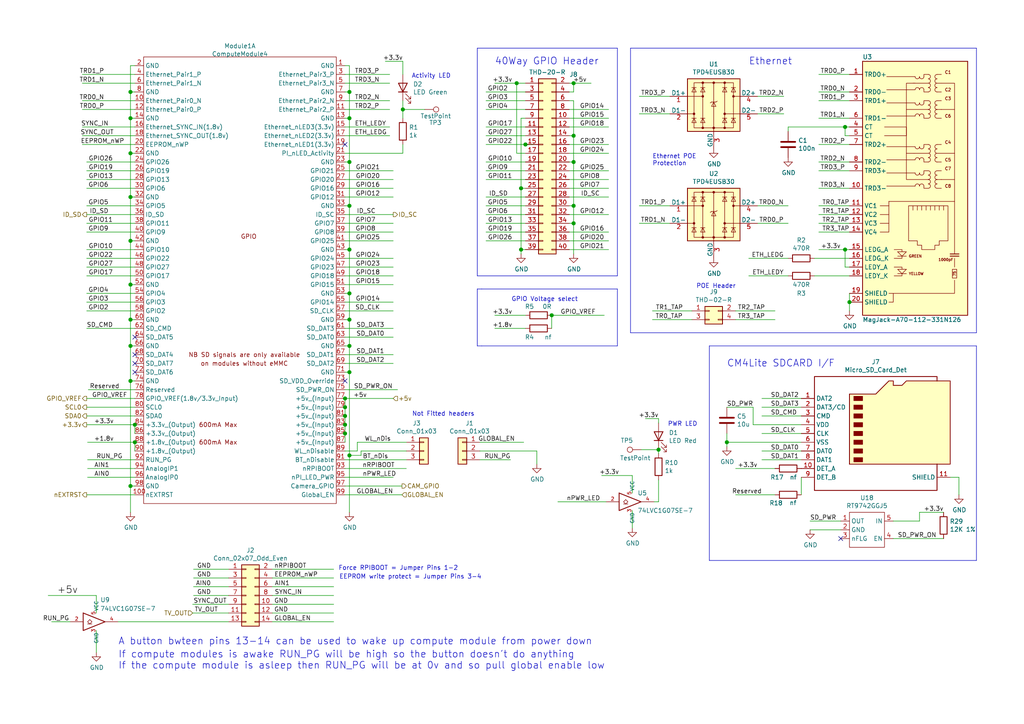
<source format=kicad_sch>
(kicad_sch (version 20250114) (generator "eeschema") (generator_version "9.0")
  (paper "A4")
  (title_block (title "Compute Module 4 IO USB3 Board - GPIO - Ethernet") (rev "1") (company "Copyright © 2020-2022 Raspberry Pi Ltd (formerly Raspberry Pi (Trading) Ltd.)") (comment 1 "www.raspberrypi.com"))
  (text "40Way GPIO Header" (at 143.51 19.05 0) (effects (font (size 2.007 2.007)) (justify left bottom)))
  (text "Activity LED" (at 119.38 22.86 0) (effects (font (size 1.27 1.27)) (justify left bottom)))
  (text "Ethernet POE\nProtection" (at 189.23 48.26 0) (effects (font (size 1.27 1.27)) (justify left bottom)))
  (text "GPIO Voltage select\n" (at 167.64 87.63 0) (effects (font (size 1.27 1.27)) (justify right bottom)))
  (text "EEPROM write protect = Jumper Pins 3-4\n\n" (at 139.7 170.18 0) (effects (font (size 1.27 1.27)) (justify right bottom)))
  (text "Not Fitted headers" (at 137.668 120.904 0) (effects (font (size 1.27 1.27)) (justify right bottom)))
  (text "POE Header" (at 201.93 83.82 0) (effects (font (size 1.27 1.27)) (justify left bottom)))
  (text "Force RPIBOOT = Jumper Pins 1-2 \n" (at 133.858 165.608 0) (effects (font (size 1.27 1.27)) (justify right bottom)))
  (text "PWR LED" (at 193.675 123.825 0) (effects (font (size 1.27 1.27)) (justify left bottom)))
  (text "A button bwteen pins 13-14 can be used to wake up compute module from power down\n\n" (at 34.29 190.5 0) (effects (font (size 2.007 2.007)) (justify left bottom)))
  (text "Ethernet" (at 217.17 19.05 0) (effects (font (size 2.0066 2.0066)) (justify left bottom)))
  (text "If compute modules is awake RUN_PG will be high so the button doesn't do anything\nIf the compute module is asleep then RUN_PG will be at 0v and so pull global enable low" (at 34.29 194.31 0) (effects (font (size 2.007 2.007)) (justify left bottom)))
  (text "CM4Lite SDCARD I/F" (at 210.82 106.68 0) (effects (font (size 2.007 2.007)) (justify left bottom)))
  (junction (at 101.346 34.29) (diameter 1.016))
  (junction (at 245.11 72.39) (diameter 1.016))
  (junction (at 101.346 26.67) (diameter 1.016))
  (junction (at 101.346 100.33) (diameter 1.016))
  (junction (at 37.846 110.49) (diameter 1.016))
  (junction (at 246.38 87.63) (diameter 1.016))
  (junction (at 37.846 44.45) (diameter 1.016))
  (junction (at 100.076 123.19) (diameter 1.016))
  (junction (at 152.4 41.91) (diameter 1.016))
  (junction (at 151.13 54.61) (diameter 1.016))
  (junction (at 166.37 39.37) (diameter 1.016))
  (junction (at 37.846 69.85) (diameter 1.016))
  (junction (at 100.076 120.65) (diameter 1.016))
  (junction (at 37.846 140.97) (diameter 1.016))
  (junction (at 166.37 59.69) (diameter 1.016))
  (junction (at 37.846 57.15) (diameter 1.016))
  (junction (at 101.346 59.69) (diameter 1.016))
  (junction (at 37.846 92.71) (diameter 1.016))
  (junction (at 100.076 115.57) (diameter 1.016))
  (junction (at 101.346 92.71) (diameter 1.016))
  (junction (at 166.37 64.77) (diameter 1.016))
  (junction (at 210.82 128.27) (diameter 1.016))
  (junction (at 166.37 24.13) (diameter 1.016))
  (junction (at 101.346 85.09) (diameter 1.016))
  (junction (at 166.37 46.99) (diameter 1.016))
  (junction (at 116.84 31.75) (diameter 1.016))
  (junction (at 37.846 82.55) (diameter 1.016))
  (junction (at 100.076 118.11) (diameter 1.016))
  (junction (at 191.008 130.429) (diameter 1.016))
  (junction (at 37.846 34.29) (diameter 1.016))
  (junction (at 39.116 123.19) (diameter 1.016))
  (junction (at 37.846 100.33) (diameter 1.016))
  (junction (at 160.02 91.44) (diameter 1.016))
  (junction (at 37.846 26.67) (diameter 1.016))
  (junction (at 245.11 36.83) (diameter 1.016))
  (junction (at 100.076 125.73) (diameter 1.016))
  (junction (at 39.116 128.27) (diameter 1.016))
  (junction (at 151.13 72.39) (diameter 1.016))
  (junction (at 101.346 107.95) (diameter 1.016))
  (junction (at 101.346 132.08) (diameter 1.016))
  (junction (at 101.346 46.99) (diameter 1.016))
  (junction (at 101.346 72.39) (diameter 1.016))
  (junction (at 149.86 24.13) (diameter 1.016))
  (no_connect (at 39.116 105.41))
  (no_connect (at 100.076 110.49))
  (no_connect (at 39.116 97.79))
  (no_connect (at 243.84 156.21))
  (no_connect (at 39.116 102.87))
  (no_connect (at 39.116 107.95))
  (no_connect (at 100.076 41.91))
  (wire (pts (xy 275.59 138.43) (xy 278.13 138.43)))
  (wire (pts (xy 140.97 41.91) (xy 152.4 41.91)))
  (wire (pts (xy 101.346 107.95) (xy 101.346 132.08)))
  (polyline (pts (xy 138.43 13.97) (xy 138.43 80.01)) (stroke (width 0) (type solid)))
  (wire (pts (xy 266.7 148.59) (xy 266.7 151.13)))
  (wire (pts (xy 55.88 175.26) (xy 66.294 175.26)))
  (polyline (pts (xy 138.43 80.01) (xy 179.07 80.01)) (stroke (width 0) (type solid)))
  (wire (pts (xy 100.076 133.35) (xy 117.856 133.35)))
  (wire (pts (xy 100.076 100.33) (xy 101.346 100.33)))
  (wire (pts (xy 191.008 130.302) (xy 191.008 130.429)))
  (wire (pts (xy 39.116 130.81) (xy 39.116 128.27)))
  (wire (pts (xy 237.49 41.91) (xy 246.38 41.91)))
  (wire (pts (xy 165.1 52.07) (xy 176.53 52.07)))
  (wire (pts (xy 100.076 92.71) (xy 101.346 92.71)))
  (wire (pts (xy 165.1 34.29) (xy 176.53 34.29)))
  (wire (pts (xy 101.346 100.33) (xy 101.346 107.95)))
  (wire (pts (xy 100.076 97.79) (xy 114.046 97.79)))
  (wire (pts (xy 217.17 74.93) (xy 228.6 74.93)))
  (wire (pts (xy 39.116 125.73) (xy 39.116 123.19)))
  (wire (pts (xy 56.134 167.64) (xy 66.294 167.64)))
  (wire (pts (xy 100.076 115.57) (xy 114.046 115.57)))
  (wire (pts (xy 25.146 74.93) (xy 39.116 74.93)))
  (wire (pts (xy 101.346 34.29) (xy 101.346 46.99)))
  (wire (pts (xy 78.994 167.64) (xy 96.774 167.64)))
  (polyline (pts (xy 179.07 83.82) (xy 179.07 100.33)) (stroke (width 0) (type solid)))
  (wire (pts (xy 116.84 34.29) (xy 116.84 31.75)))
  (wire (pts (xy 25.146 90.17) (xy 39.116 90.17)))
  (wire (pts (xy 100.076 26.67) (xy 101.346 26.67)))
  (wire (pts (xy 220.98 120.65) (xy 232.41 120.65)))
  (wire (pts (xy 56.134 165.1) (xy 66.294 165.1)))
  (wire (pts (xy 100.076 87.63) (xy 114.046 87.63)))
  (wire (pts (xy 166.37 64.77) (xy 166.37 59.69)))
  (wire (pts (xy 100.076 31.75) (xy 113.03 31.75)))
  (wire (pts (xy 39.116 34.29) (xy 37.846 34.29)))
  (wire (pts (xy 25.146 52.07) (xy 39.116 52.07)))
  (wire (pts (xy 25.146 49.53) (xy 39.116 49.53)))
  (wire (pts (xy 103.632 130.81) (xy 103.632 128.27)))
  (wire (pts (xy 237.49 59.69) (xy 246.38 59.69)))
  (wire (pts (xy 155.702 130.81) (xy 155.702 134.62)))
  (wire (pts (xy 104.7242 130.81) (xy 117.856 130.81)))
  (wire (pts (xy 100.076 85.09) (xy 101.346 85.09)))
  (wire (pts (xy 166.37 39.37) (xy 166.37 46.99)))
  (wire (pts (xy 39.116 19.05) (xy 37.846 19.05)))
  (wire (pts (xy 101.346 19.05) (xy 101.346 26.67)))
  (wire (pts (xy 236.22 80.01) (xy 246.38 80.01)))
  (wire (pts (xy 101.346 26.67) (xy 101.346 34.29)))
  (wire (pts (xy 37.846 140.97) (xy 37.846 148.59)))
  (wire (pts (xy 165.1 67.31) (xy 176.53 67.31)))
  (wire (pts (xy 219.71 33.02) (xy 227.33 33.02)))
  (wire (pts (xy 183.388 148.082) (xy 183.388 153.162)))
  (wire (pts (xy 100.076 54.61) (xy 114.046 54.61)))
  (wire (pts (xy 186.0042 130.429) (xy 191.008 130.429)))
  (wire (pts (xy 183.388 143.002) (xy 183.388 137.922)))
  (wire (pts (xy 100.076 140.97) (xy 116.586 140.97)))
  (wire (pts (xy 166.37 46.99) (xy 165.1 46.99)))
  (wire (pts (xy 100.076 105.41) (xy 114.046 105.41)))
  (wire (pts (xy 100.076 77.47) (xy 114.046 77.47)))
  (wire (pts (xy 25.146 72.39) (xy 39.116 72.39)))
  (wire (pts (xy 151.13 72.39) (xy 151.13 73.66)))
  (wire (pts (xy 213.36 143.51) (xy 224.79 143.51)))
  (wire (pts (xy 101.346 92.71) (xy 101.346 100.33)))
  (wire (pts (xy 25.146 77.47) (xy 39.116 77.47)))
  (wire (pts (xy 37.846 69.85) (xy 37.846 82.55)))
  (wire (pts (xy 213.36 92.71) (xy 224.79 92.71)))
  (wire (pts (xy 210.82 128.27) (xy 232.41 128.27)))
  (wire (pts (xy 101.346 46.99) (xy 101.346 59.69)))
  (wire (pts (xy 143.51 95.25) (xy 152.4 95.25)))
  (polyline (pts (xy 182.88 13.97) (xy 283.21 13.97)) (stroke (width 0) (type solid)))
  (wire (pts (xy 165.1 36.83) (xy 176.53 36.83)))
  (wire (pts (xy 149.86 44.45) (xy 152.4 44.45)))
  (wire (pts (xy 25.146 54.61) (xy 39.116 54.61)))
  (wire (pts (xy 39.116 26.67) (xy 37.846 26.67)))
  (wire (pts (xy 78.994 177.8) (xy 96.774 177.8)))
  (wire (pts (xy 213.36 90.17) (xy 224.79 90.17)))
  (polyline (pts (xy 179.07 13.97) (xy 138.43 13.97)) (stroke (width 0) (type solid)))
  (wire (pts (xy 25.4 138.43) (xy 39.116 138.43)))
  (wire (pts (xy 189.23 90.17) (xy 200.66 90.17)))
  (wire (pts (xy 100.076 125.73) (xy 100.076 128.27)))
  (wire (pts (xy 25.146 46.99) (xy 39.116 46.99)))
  (wire (pts (xy 78.994 165.1) (xy 96.774 165.1)))
  (wire (pts (xy 243.84 153.67) (xy 234.95 153.67)))
  (wire (pts (xy 246.38 36.83) (xy 245.11 36.83)))
  (wire (pts (xy 194.31 64.77) (xy 185.42 64.77)))
  (wire (pts (xy 140.97 49.53) (xy 152.4 49.53)))
  (wire (pts (xy 100.076 39.37) (xy 113.03 39.37)))
  (wire (pts (xy 13.97 172.72) (xy 27.94 172.72)))
  (wire (pts (xy 100.076 113.03) (xy 115.316 113.03)))
  (wire (pts (xy 25.146 95.25) (xy 39.116 95.25)))
  (wire (pts (xy 114.046 95.25) (xy 100.076 95.25)))
  (wire (pts (xy 166.37 24.13) (xy 171.45 24.13)))
  (wire (pts (xy 217.17 80.01) (xy 228.6 80.01)))
  (wire (pts (xy 243.84 151.13) (xy 234.95 151.13)))
  (wire (pts (xy 140.97 59.69) (xy 152.4 59.69)))
  (wire (pts (xy 100.076 118.11) (xy 100.076 120.65)))
  (wire (pts (xy 237.49 26.67) (xy 246.38 26.67)))
  (wire (pts (xy 100.076 72.39) (xy 101.346 72.39)))
  (wire (pts (xy 100.076 135.89) (xy 117.856 135.89)))
  (wire (pts (xy 100.076 36.83) (xy 113.03 36.83)))
  (wire (pts (xy 140.97 67.31) (xy 152.4 67.31)))
  (wire (pts (xy 210.82 125.73) (xy 210.82 128.27)))
  (wire (pts (xy 165.1 41.91) (xy 176.53 41.91)))
  (wire (pts (xy 25.146 59.69) (xy 39.116 59.69)))
  (polyline (pts (xy 139.7 83.82) (xy 179.07 83.82)) (stroke (width 0) (type solid)))
  (polyline (pts (xy 283.21 162.56) (xy 205.74 162.56)) (stroke (width 0) (type solid)))
  (wire (pts (xy 140.97 46.99) (xy 152.4 46.99)))
  (wire (pts (xy 27.94 172.72) (xy 27.94 177.8)))
  (wire (pts (xy 37.846 92.71) (xy 39.116 92.71)))
  (wire (pts (xy 218.44 123.19) (xy 218.44 118.11)))
  (wire (pts (xy 37.846 100.33) (xy 37.846 110.49)))
  (wire (pts (xy 37.846 82.55) (xy 37.846 92.71)))
  (wire (pts (xy 25.146 143.51) (xy 39.116 143.51)))
  (wire (pts (xy 152.4 34.29) (xy 151.13 34.29)))
  (wire (pts (xy 23.876 41.91) (xy 39.116 41.91)))
  (wire (pts (xy 237.49 64.77) (xy 246.38 64.77)))
  (wire (pts (xy 56.134 172.72) (xy 66.294 172.72)))
  (wire (pts (xy 25.4 135.89) (xy 39.116 135.89)))
  (wire (pts (xy 23.876 39.37) (xy 39.116 39.37)))
  (wire (pts (xy 116.84 31.75) (xy 116.84 29.21)))
  (wire (pts (xy 236.22 74.93) (xy 246.38 74.93)))
  (wire (pts (xy 140.97 62.23) (xy 152.4 62.23)))
  (wire (pts (xy 123.19 31.75) (xy 116.84 31.75)))
  (wire (pts (xy 237.49 29.21) (xy 246.38 29.21)))
  (wire (pts (xy 165.1 72.39) (xy 176.53 72.39)))
  (wire (pts (xy 165.1 24.13) (xy 166.37 24.13)))
  (wire (pts (xy 104.7242 132.08) (xy 104.7242 130.81)))
  (wire (pts (xy 101.346 132.08) (xy 101.346 148.59)))
  (wire (pts (xy 278.13 138.43) (xy 278.13 143.51)))
  (wire (pts (xy 37.846 57.15) (xy 37.846 69.85)))
  (wire (pts (xy 78.994 175.26) (xy 96.774 175.26)))
  (wire (pts (xy 37.846 110.49) (xy 39.116 110.49)))
  (wire (pts (xy 37.846 69.85) (xy 39.116 69.85)))
  (wire (pts (xy 23.876 21.59) (xy 39.116 21.59)))
  (wire (pts (xy 100.076 49.53) (xy 114.046 49.53)))
  (wire (pts (xy 246.38 87.63) (xy 246.38 90.17)))
  (wire (pts (xy 25.146 62.23) (xy 39.116 62.23)))
  (wire (pts (xy 25.4 128.27) (xy 39.116 128.27)))
  (wire (pts (xy 237.49 49.53) (xy 246.38 49.53)))
  (polyline (pts (xy 283.21 100.33) (xy 283.21 162.56)) (stroke (width 0) (type solid)))
  (wire (pts (xy 25.146 80.01) (xy 39.116 80.01)))
  (wire (pts (xy 100.076 59.69) (xy 101.346 59.69)))
  (wire (pts (xy 143.51 24.13) (xy 149.86 24.13)))
  (wire (pts (xy 246.38 85.09) (xy 246.38 87.63)))
  (wire (pts (xy 100.076 21.59) (xy 113.03 21.59)))
  (wire (pts (xy 100.076 34.29) (xy 101.346 34.29)))
  (wire (pts (xy 37.846 92.71) (xy 37.846 100.33)))
  (wire (pts (xy 191.008 139.192) (xy 191.008 145.542)))
  (wire (pts (xy 39.116 140.97) (xy 37.846 140.97)))
  (wire (pts (xy 25.4 133.35) (xy 39.116 133.35)))
  (wire (pts (xy 166.37 64.77) (xy 166.37 73.66)))
  (wire (pts (xy 185.42 59.69) (xy 194.31 59.69)))
  (wire (pts (xy 245.11 39.37) (xy 245.11 36.83)))
  (wire (pts (xy 220.98 130.81) (xy 232.41 130.81)))
  (wire (pts (xy 25.146 120.65) (xy 39.116 120.65)))
  (wire (pts (xy 37.846 110.49) (xy 37.846 140.97)))
  (wire (pts (xy 183.388 137.922) (xy 174.498 137.922)))
  (wire (pts (xy 213.36 135.89) (xy 224.79 135.89)))
  (wire (pts (xy 237.49 72.39) (xy 245.11 72.39)))
  (wire (pts (xy 228.6 36.83) (xy 245.11 36.83)))
  (wire (pts (xy 103.632 128.27) (xy 117.856 128.27)))
  (wire (pts (xy 100.076 143.51) (xy 116.586 143.51)))
  (wire (pts (xy 220.98 115.57) (xy 232.41 115.57)))
  (wire (pts (xy 100.076 62.23) (xy 114.046 62.23)))
  (wire (pts (xy 140.97 36.83) (xy 152.4 36.83)))
  (wire (pts (xy 191.008 130.429) (xy 191.008 131.572)))
  (wire (pts (xy 23.876 24.13) (xy 39.116 24.13)))
  (wire (pts (xy 259.08 151.13) (xy 266.7 151.13)))
  (wire (pts (xy 101.346 85.09) (xy 101.346 92.71)))
  (wire (pts (xy 100.076 138.43) (xy 114.046 138.43)))
  (wire (pts (xy 100.076 52.07) (xy 114.046 52.07)))
  (wire (pts (xy 245.11 77.47) (xy 245.11 72.39)))
  (wire (pts (xy 237.49 21.59) (xy 246.38 21.59)))
  (wire (pts (xy 116.84 44.45) (xy 116.84 41.91)))
  (wire (pts (xy 100.076 130.81) (xy 103.632 130.81)))
  (wire (pts (xy 100.076 67.31) (xy 114.046 67.31)))
  (wire (pts (xy 114.046 102.87) (xy 100.076 102.87)))
  (polyline (pts (xy 283.21 96.52) (xy 182.88 96.52)) (stroke (width 0) (type solid)))
  (wire (pts (xy 139.192 133.35) (xy 148.082 133.35)))
  (wire (pts (xy 25.146 115.57) (xy 39.116 115.57)))
  (wire (pts (xy 140.97 29.21) (xy 152.4 29.21)))
  (wire (pts (xy 219.71 27.94) (xy 227.33 27.94)))
  (polyline (pts (xy 182.88 96.52) (xy 182.88 13.97)) (stroke (width 0) (type solid)))
  (wire (pts (xy 23.876 31.75) (xy 39.116 31.75)))
  (wire (pts (xy 25.146 64.77) (xy 39.116 64.77)))
  (wire (pts (xy 100.076 82.55) (xy 114.046 82.55)))
  (polyline (pts (xy 205.74 162.56) (xy 205.74 100.33)) (stroke (width 0) (type solid)))
  (wire (pts (xy 143.51 91.44) (xy 152.4 91.44)))
  (wire (pts (xy 140.97 26.67) (xy 152.4 26.67)))
  (wire (pts (xy 166.37 59.69) (xy 166.37 46.99)))
  (wire (pts (xy 25.6032 113.03) (xy 39.116 113.03)))
  (wire (pts (xy 165.1 31.75) (xy 176.53 31.75)))
  (wire (pts (xy 165.1 62.23) (xy 176.53 62.23)))
  (wire (pts (xy 140.97 57.15) (xy 152.4 57.15)))
  (wire (pts (xy 185.42 27.94) (xy 194.31 27.94)))
  (wire (pts (xy 25.146 123.19) (xy 39.116 123.19)))
  (wire (pts (xy 139.192 128.27) (xy 151.892 128.27)))
  (wire (pts (xy 165.1 59.69) (xy 166.37 59.69)))
  (wire (pts (xy 100.076 57.15) (xy 114.046 57.15)))
  (wire (pts (xy 166.37 39.37) (xy 165.1 39.37)))
  (wire (pts (xy 245.11 72.39) (xy 246.38 72.39)))
  (polyline (pts (xy 205.74 100.33) (xy 283.21 100.33)) (stroke (width 0) (type solid)))
  (wire (pts (xy 151.13 34.29) (xy 151.13 54.61)))
  (wire (pts (xy 114.046 90.17) (xy 100.076 90.17)))
  (wire (pts (xy 100.076 64.77) (xy 114.046 64.77)))
  (wire (pts (xy 140.97 31.75) (xy 152.4 31.75)))
  (wire (pts (xy 140.97 39.37) (xy 152.4 39.37)))
  (polyline (pts (xy 179.07 13.97) (xy 179.07 80.01)) (stroke (width 0) (type solid)))
  (wire (pts (xy 39.116 128.27) (xy 39.37 128.27)))
  (polyline (pts (xy 283.21 13.97) (xy 283.21 96.52)) (stroke (width 0) (type solid)))
  (wire (pts (xy 149.86 24.13) (xy 149.86 44.45)))
  (wire (pts (xy 78.994 180.34) (xy 96.774 180.34)))
  (wire (pts (xy 56.134 170.18) (xy 66.294 170.18)))
  (wire (pts (xy 166.37 29.21) (xy 166.37 39.37)))
  (wire (pts (xy 191.008 145.542) (xy 189.738 145.542)))
  (wire (pts (xy 165.1 26.67) (xy 166.37 26.67)))
  (wire (pts (xy 25.146 118.11) (xy 39.116 118.11)))
  (wire (pts (xy 37.846 34.29) (xy 37.846 44.45)))
  (wire (pts (xy 100.076 44.45) (xy 116.84 44.45)))
  (wire (pts (xy 151.13 72.39) (xy 152.4 72.39)))
  (wire (pts (xy 185.42 33.02) (xy 194.31 33.02)))
  (wire (pts (xy 151.13 54.61) (xy 152.4 54.61)))
  (polyline (pts (xy 138.43 100.33) (xy 138.43 83.82)) (stroke (width 0) (type solid)))
  (wire (pts (xy 160.02 91.44) (xy 175.26 91.44)))
  (wire (pts (xy 25.146 67.31) (xy 39.116 67.31)))
  (wire (pts (xy 140.97 69.85) (xy 152.4 69.85)))
  (wire (pts (xy 237.49 67.31) (xy 246.38 67.31)))
  (wire (pts (xy 25.146 87.63) (xy 39.116 87.63)))
  (wire (pts (xy 219.71 59.69) (xy 228.6 59.69)))
  (wire (pts (xy 191.008 121.412) (xy 187.198 121.412)))
  (wire (pts (xy 100.076 69.85) (xy 114.046 69.85)))
  (wire (pts (xy 37.846 26.67) (xy 37.846 34.29)))
  (wire (pts (xy 100.076 19.05) (xy 101.346 19.05)))
  (wire (pts (xy 165.1 49.53) (xy 176.53 49.53)))
  (wire (pts (xy 237.49 34.29) (xy 246.38 34.29)))
  (wire (pts (xy 100.076 107.95) (xy 101.346 107.95)))
  (wire (pts (xy 246.38 77.47) (xy 245.11 77.47)))
  (wire (pts (xy 161.798 145.542) (xy 175.768 145.542)))
  (wire (pts (xy 100.076 115.57) (xy 100.076 118.11)))
  (wire (pts (xy 23.876 36.83) (xy 39.116 36.83)))
  (wire (pts (xy 111.76 17.78) (xy 116.84 17.78)))
  (wire (pts (xy 210.82 128.27) (xy 210.82 129.54)))
  (wire (pts (xy 100.076 46.99) (xy 101.346 46.99)))
  (wire (pts (xy 151.13 54.61) (xy 151.13 72.39)))
  (wire (pts (xy 55.88 177.8) (xy 66.294 177.8)))
  (wire (pts (xy 100.076 24.13) (xy 113.03 24.13)))
  (wire (pts (xy 232.41 123.19) (xy 218.44 123.19)))
  (wire (pts (xy 165.1 44.45) (xy 176.53 44.45)))
  (wire (pts (xy 116.84 21.59) (xy 116.84 17.78)))
  (wire (pts (xy 237.49 46.99) (xy 246.38 46.99)))
  (wire (pts (xy 237.49 62.23) (xy 246.38 62.23)))
  (wire (pts (xy 139.192 130.81) (xy 155.702 130.81)))
  (wire (pts (xy 219.71 64.77) (xy 228.6 64.77)))
  (wire (pts (xy 259.08 156.21) (xy 273.685 156.21)))
  (wire (pts (xy 189.23 92.71) (xy 200.66 92.71)))
  (wire (pts (xy 101.346 72.39) (xy 101.346 85.09)))
  (polyline (pts (xy 139.7 83.82) (xy 138.43 83.82)) (stroke (width 0) (type solid)))
  (wire (pts (xy 34.29 180.34) (xy 66.294 180.34)))
  (wire (pts (xy 100.076 120.65) (xy 100.076 123.19)))
  (wire (pts (xy 228.6 38.1) (xy 228.6 36.83)))
  (wire (pts (xy 232.41 118.11) (xy 220.98 118.11)))
  (wire (pts (xy 140.97 64.77) (xy 152.4 64.77)))
  (wire (pts (xy 25.146 85.09) (xy 39.116 85.09)))
  (wire (pts (xy 37.846 44.45) (xy 39.116 44.45)))
  (wire (pts (xy 140.97 52.07) (xy 152.4 52.07)))
  (wire (pts (xy 237.49 54.61) (xy 246.38 54.61)))
  (wire (pts (xy 154.94 41.91) (xy 152.4 41.91)))
  (wire (pts (xy 23.876 29.21) (xy 39.116 29.21)))
  (wire (pts (xy 37.846 19.05) (xy 37.846 26.67)))
  (wire (pts (xy 273.685 148.59) (xy 266.7 148.59)))
  (wire (pts (xy 37.846 82.55) (xy 39.116 82.55)))
  (wire (pts (xy 165.1 64.77) (xy 166.37 64.77)))
  (wire (pts (xy 100.076 123.19) (xy 100.076 125.73)))
  (wire (pts (xy 191.008 122.682) (xy 191.008 121.412)))
  (wire (pts (xy 78.994 172.72) (xy 96.774 172.72)))
  (wire (pts (xy 232.41 138.43) (xy 232.41 143.51)))
  (wire (pts (xy 160.02 91.44) (xy 160.02 95.25)))
  (wire (pts (xy 100.076 74.93) (xy 114.046 74.93)))
  (wire (pts (xy 37.846 100.33) (xy 39.116 100.33)))
  (wire (pts (xy 37.846 57.15) (xy 39.116 57.15)))
  (wire (pts (xy 14.986 180.34) (xy 20.32 180.34)))
  (polyline (pts (xy 179.07 100.33) (xy 139.7 100.33)) (stroke (width 0) (type solid)))
  (wire (pts (xy 152.4 24.13) (xy 149.86 24.13)))
  (wire (pts (xy 165.1 69.85) (xy 176.53 69.85)))
  (wire (pts (xy 210.82 118.11) (xy 218.44 118.11)))
  (wire (pts (xy 246.38 39.37) (xy 245.11 39.37)))
  (wire (pts (xy 232.41 125.73) (xy 220.98 125.73)))
  (wire (pts (xy 166.37 26.67) (xy 166.37 24.13)))
  (wire (pts (xy 232.41 133.35) (xy 220.98 133.35)))
  (wire (pts (xy 100.076 80.01) (xy 114.046 80.01)))
  (wire (pts (xy 101.346 59.69) (xy 101.346 72.39)))
  (wire (pts (xy 78.994 170.18) (xy 96.774 170.18)))
  (wire (pts (xy 37.846 44.45) (xy 37.846 57.15)))
  (wire (pts (xy 27.94 182.88) (xy 27.94 189.23)))
  (wire (pts (xy 165.1 57.15) (xy 176.53 57.15)))
  (wire (pts (xy 101.346 132.08) (xy 104.7242 132.08)))
  (wire (pts (xy 165.1 54.61) (xy 176.53 54.61)))
  (wire (pts (xy 165.1 29.21) (xy 166.37 29.21)))
  (polyline (pts (xy 138.43 100.33) (xy 139.7 100.33)) (stroke (width 0) (type solid)))
  (wire (pts (xy 100.076 29.21) (xy 113.03 29.21)))
  (label "+1.8v" (at 148.59 95.25 180))
  (label "GPIO24" (at 175.26 44.45 180))
  (label "SD_DAT2" (at 111.506 105.41 180))
  (label "+5v" (at 170.18 24.13 180))
  (label "GPIO5" (at 31.496 59.69 180))
  (label "TRD3_N" (at 102.87 24.13 0))
  (label "GPIO2" (at 31.496 90.17 180))
  (label "GPIO9" (at 31.496 67.31 180))
  (label "TRD3_N" (at 245.11 54.61 180))
  (label "ETH_LEDG" (at 102.87 39.37 0))
  (label "SD_DAT1" (at 111.506 102.87 180))
  (label "TRD1_N" (at 193.04 64.77 180))
  (label "+3.3v" (at 148.59 24.13 180))
  (label "GPIO10" (at 32.766 72.39 180))
  (label "TRD3_P" (at 102.87 21.59 0))
  (label "GPIO6" (at 31.496 54.61 180))
  (label "TRD0_P" (at 227.33 64.77 180))
  (label "TRD3_P" (at 193.04 27.94 180))
  (label "GPIO8" (at 173.99 52.07 180))
  (label "GPIO20" (at 110.236 52.07 180))
  (label "SD_DAT2" (at 223.52 115.57 0))
  (label "GPIO25" (at 110.236 69.85 180))
  (label "GPIO2" (at 147.32 26.67 180))
  (label "SD_DAT0" (at 111.506 97.79 180))
  (label "GPIO26" (at 148.59 69.85 180))
  (label "GPIO15" (at 110.236 82.55 180))
  (label "GPIO13" (at 32.766 52.07 180))
  (label "TRD1_P" (at 193.04 59.69 180))
  (label "GPIO7" (at 108.966 64.77 180))
  (label "GPIO14" (at 110.236 87.63 180))
  (label "BT_nDis" (at 112.6236 133.35 180))
  (label "SD_PWR_ON" (at 260.35 156.21 0))
  (label "GPIO7" (at 173.99 54.61 180))
  (label "ETH_LEDY" (at 102.87 36.83 0))
  (label "TR1_TAP" (at 198.12 90.17 180))
  (label "SD_PWR_ON" (at 102.616 113.03 0))
  (label "AIN1" (at 84.074 170.18 180))
  (label "GPIO4" (at 31.496 85.09 180))
  (label "GPIO10" (at 148.59 46.99 180))
  (label "TRD1_P" (at 30.226 21.59 180))
  (label "AIN0" (at 31.75 138.43 180))
  (label "TRD1_P" (at 245.11 29.21 180))
  (label "WL_nDis" (at 113.411 128.27 180))
  (label "GPIO6" (at 147.32 62.23 180))
  (label "+3.3v" (at 273.685 148.59 180))
  (label "GPIO17" (at 148.59 36.83 180))
  (label "+3.3v" (at 116.84 17.78 180))
  (label "AIN0" (at 61.214 170.18 180))
  (label "GPIO19" (at 148.59 67.31 180))
  (label "SD_DAT3" (at 111.506 95.25 180))
  (label "GPIO27" (at 32.766 77.47 180))
  (label "EEPROM_nWP" (at 36.068 41.91 180))
  (label "GPIO_VREF" (at 26.67 115.57 0))
  (label "SD_PWR" (at 210.82 118.11 0))
  (label "GPIO9" (at 147.32 49.53 180))
  (label "GPIO20" (at 175.26 69.85 180))
  (label "TR0_TAP" (at 198.0184 92.71 180))
  (label "SD_DAT0" (at 223.52 130.81 0))
  (label "GPIO21" (at 110.236 49.53 180))
  (label "GPIO23" (at 110.236 77.47 180))
  (label "ID_SD" (at 147.32 57.15 180))
  (label "GPIO16" (at 175.26 67.31 180))
  (label "TRD0_N" (at 30.226 29.21 180))
  (label "TRD3_P" (at 245.11 49.53 180))
  (label "ETH_LEDY" (at 227.33 80.01 180))
  (label "TRD0_N" (at 227.33 59.69 180))
  (label "TRD2_N" (at 227.33 27.94 180))
  (label "ETH_LEDG" (at 227.33 74.93 180))
  (label "TRD0_N" (at 245.11 26.67 180))
  (label "TR2_TAP" (at 246.38 64.77 180))
  (label "GPIO22" (at 148.59 41.91 180))
  (label "+1.8v" (at 33.02 128.27 180))
  (label "SYNC_OUT" (at 65.786 175.26 180))
  (label "GPIO18" (at 175.26 36.83 180))
  (label "SD_DAT3" (at 223.52 118.11 0))
  (label "+3.3v" (at 219.71 135.89 180))
  (label "Reserved" (at 220.98 143.51 180))
  (label "TR2_TAP" (at 221.9198 90.17 180))
  (label "SD_CLK" (at 110.236 90.17 180))
  (label "GND" (at 61.214 165.1 180))
  (label "GPIO16" (at 110.236 54.61 180))
  (label "GPIO12" (at 110.236 57.15 180))
  (label "GPIO23" (at 175.26 41.91 180))
  (label "+3.3v" (at 33.02 123.19 180))
  (label "SD_CMD" (at 223.52 120.65 0))
  (label "ID_SC" (at 173.99 57.15 180))
  (label "GPIO8" (at 108.966 67.31 180))
  (label "GPIO17" (at 32.766 80.01 180))
  (label "SYNC_OUT" (at 33.02 39.37 180))
  (label "nPWR_LED" (at 164.338 145.542 0))
  (label "SD_PWR" (at 234.95 151.13 0))
  (label "SD_DAT1" (at 223.52 133.35 0))
  (label "TRD0_P" (at 245.11 21.59 180))
  (label "GPIO18" (at 110.236 80.01 180))
  (label "TRD2_N" (at 102.87 29.21 0))
  (label "GPIO15" (at 175.26 34.29 180))
  (label "GPIO5" (at 147.32 59.69 180))
  (label "nPWR_LED" (at 105.156 138.43 0))
  (label "GLOBAL_EN" (at 90.17 180.34 180))
  (label "TR3_TAP" (at 221.8944 92.71 180))
  (label "GPIO3" (at 147.32 29.21 180))
  (label "TRD0_P" (at 30.226 31.75 180))
  (label "nRPIBOOT" (at 88.9 165.1 180))
  (label "+3.3v" (at 148.59 91.44 180))
  (label "GLOBAL_EN" (at 149.352 128.27 180))
  (label "GND" (at 83.566 175.26 180))
  (label "GPIO26" (at 32.766 46.99 180))
  (label "RUN_PG" (at 148.082 133.35 180))
  (label "RUN_PG" (at 35.56 133.35 180))
  (label "GPIO12" (at 175.26 62.23 180))
  (label "+3.3v" (at 179.578 137.922 180))
  (label "SYNC_IN" (at 87.63 172.72 180))
  (label "nRPIBOOT" (at 114.5032 135.89 180))
  (label "EEPROM_nWP" (at 92.202 167.64 180))
  (label "GPIO11" (at 32.766 64.77 180))
  (label "ID_SD" (at 31.496 62.23 180))
  (label "TRD1_N" (at 30.226 24.13 180))
  (label "GPIO24" (at 110.236 74.93 180))
  (label "GND" (at 61.214 172.72 180))
  (label "TRD3_N" (at 193.04 33.02 180))
  (label "GPIO27" (at 148.59 39.37 180))
  (label "TR1_TAP" (at 246.38 62.23 180))
  (label "Reserved" (at 34.671 113.03 180))
  (label "ID_SC" (at 108.966 62.23 180))
  (label "+5v" (at 16.51 172.72 0) (effects (font (size 2.0066 2.0066))))
  (label "TRD2_P" (at 245.11 41.91 180))
  (label "GPIO21" (at 175.26 72.39 180))
  (label "AIN1" (at 31.75 135.89 180))
  (label "RUN_PG" (at 20.066 180.34 180))
  (label "GPIO14" (at 175.26 31.75 180))
  (label "SYNC_IN" (at 31.496 36.83 180))
  (label "GPIO25" (at 175.26 49.53 180))
  (label "TRD2_N" (at 245.11 46.99 180))
  (label "TR0_TAP" (at 246.38 59.69 180))
  (label "+5v" (at 106.426 115.57 180))
  (label "SD_CMD" (at 32.766 95.25 180))
  (label "TRD1_N" (at 245.11 34.29 180))
  (label "GLOBAL_EN" (at 114.046 143.51 180))
  (label "+3.3v" (at 191.008 121.412 180))
  (label "TV_OUT" (at 63.246 177.8 180))
  (label "GPIO13" (at 148.59 64.77 180))
  (label "GPIO_VREF" (at 162.56 91.44 0))
  (label "TRD2_P" (at 102.87 31.75 0))
  (label "GND" (at 61.214 167.64 180))
  (label "GPIO19" (at 32.766 49.53 180))
  (label "GPIO11" (at 148.59 52.07 180))
  (label "TR3_TAP" (at 246.38 67.31 180))
  (label "SD_CLK" (at 223.52 125.73 0))
  (label "GND" (at 83.566 177.8 180))
  (label "GPIO4" (at 147.32 31.75 180))
  (label "+3.3v" (at 243.84 72.39 180))
  (label "GPIO22" (at 32.766 74.93 180))
  (label "TRD2_P" (at 227.33 33.02 180))
  (label "GPIO3" (at 31.496 87.63 180))
  (hierarchical_label "ID_SD" (shape output) (at 25.146 62.23 180))
  (hierarchical_label "SDA0" (shape output) (at 25.146 120.65 180))
  (hierarchical_label "+3.3v" (shape output) (at 25.146 123.19 180))
  (hierarchical_label "GPIO_VREF" (shape output) (at 25.146 115.57 180))
  (hierarchical_label "ID_SC" (shape output) (at 114.046 62.23 0))
  (hierarchical_label "SCL0" (shape output) (at 25.146 118.11 180))
  (hierarchical_label "CAM_GPIO" (shape output) (at 116.586 140.97 0))
  (hierarchical_label "TV_OUT" (shape input) (at 55.88 177.8 180))
  (hierarchical_label "+5v" (shape input) (at 114.046 115.57 0))
  (hierarchical_label "nEXTRST" (shape output) (at 25.146 143.51 180))
  (hierarchical_label "GLOBAL_EN" (shape input) (at 116.586 143.51 0))
  (symbol (lib_id "CM4IO:74LVC1G07_copy") (at 183.388 145.542 0) (unit 1)
    (property "Reference" "U5" (at 184.912 143.002 0) (effects (justify left)))
    (property "Value" "74LVC1G07SE-7" (at 184.912 148.082 0) (effects (justify left)))
    (property "Footprint" "Package_TO_SOT_SMD:SOT-353_SC-70-5" (effects (hide yes)))
    (property "Datasheet" "https://www.diodes.com/assets/Datasheets/74LVC1G07.pdf" (effects (hide yes)))
    (property "Field4" "Farnell" (effects (hide yes)))
    (property "Field5" "2425492" (effects (hide yes)))
    (property "Field6" "74LVC1G07SE-7" (effects (hide yes)))
    (property "Field7" "Diodes" (effects (hide yes)))
    (property "Part Description" "Buffer, Non-Inverting 1 Element 1 Bit per Element Open Drain Output SOT-353" (effects (hide yes)))
  )
  (symbol (lib_id "CM4IO:74LVC1G07_copy") (at 27.94 180.34 0) (unit 1)
    (property "Reference" "U9" (at 30.48 173.99 0))
    (property "Value" "74LVC1G07SE-7" (at 37.084 176.53 0))
    (property "Footprint" "Package_TO_SOT_SMD:SOT-353_SC-70-5" (effects (hide yes)))
    (property "Datasheet" "https://www.diodes.com/assets/Datasheets/74LVC1G07.pdf" (effects (hide yes)))
    (property "Field4" "Farnell" (effects (hide yes)))
    (property "Field5" "2425492" (effects (hide yes)))
    (property "Field6" "74LVC1G07SE-7" (effects (hide yes)))
    (property "Field7" "Diodes" (effects (hide yes)))
    (property "Part Description" "Buffer, Non-Inverting 1 Element 1 Bit per Element Open Drain Output SOT-353" (effects (hide yes)))
  )
  (symbol (lib_id "power:GND") (at 27.94 189.23 0) (unit 1)
    (property "Reference" "#PWR027" (effects (hide yes)))
    (property "Value" "GND" (at 28.067 193.6242 0))
  )
  (symbol (lib_id "CM4IO:RT9742GGJ5") (at 252.73 161.29 0) (unit 1)
    (property "Reference" "U18" (at 251.46 144.399 0))
    (property "Value" "RT9742GGJ5" (at 251.46 146.7104 0))
    (property "Footprint" "Package_TO_SOT_SMD:SOT-23-5" (effects (hide yes)))
    (property "Datasheet" "https://www.richtek.com/assets/product_file/RT9742/DS9742-00.pdf" (effects (hide yes)))
    (property "Field4" "Farnell" (effects (hide yes)))
    (property "Field5" "	2545875" (effects (hide yes)))
    (property "Field6" "RT9742GGJ5" (effects (hide yes)))
    (property "Field7" "RichTek" (effects (hide yes)))
    (property "Field8" "USWI00166" (effects (hide yes)))
    (property "Part Description" "	Power Switch/Driver 1:1 N-Channel 1A TSOT-23-5" (effects (hide yes)))
  )
  (symbol (lib_id "power:GND") (at 234.95 153.67 0) (unit 1)
    (property "Reference" "#PWR0113" (effects (hide yes)))
    (property "Value" "GND" (at 235.077 158.0642 0))
  )
  (symbol (lib_id "CM4IO:ComputeModule4-CM4") (at 72.136 74.93 0) (unit 1)
    (property "Reference" "Module1" (at 69.596 13.335 0))
    (property "Value" "ComputeModule4" (at 69.596 15.6464 0))
    (property "Footprint" "CM4IO:Raspberry-Pi-4-Compute-Module" (effects (hide yes)))
    (property "Field4" "Hirose" (effects (hide yes)))
    (property "Field5" "2off DF40C-100DS-0.4V" (effects (hide yes)))
    (property "Field6" "2off DF40C-100DS-0.4V" (effects (hide yes)))
    (property "Field7" "Hirose" (effects (hide yes)))
    (property "Part Description" "	100 Position Connector Receptacle, Center Strip Contacts Surface Mount Gold" (effects (hide yes)))
  )
  (symbol (lib_id "Device:C") (at 228.6 41.91 0) (unit 1)
    (property "Reference" "C1" (at 231.521 40.7416 0) (effects (justify left)))
    (property "Value" "100n" (at 231.521 43.053 0) (effects (justify left)))
    (property "Footprint" "Capacitor_SMD:C_0402_1005Metric" (effects (hide yes)))
    (property "Datasheet" "https://search.murata.co.jp/Ceramy/image/img/A01X/G101/ENG/GRM155R71C104KA88-01.pdf" (effects (hide yes)))
    (property "Field4" "Farnell" (effects (hide yes)))
    (property "Field5" "2611911" (effects (hide yes)))
    (property "Field6" "RM EMK105 B7104KV-F" (effects (hide yes)))
    (property "Field7" "TAIYO YUDEN EUROPE GMBH" (effects (hide yes)))
    (property "Part Description" "	0.1uF 10% 16V Ceramic Capacitor X7R 0402 (1005 Metric)" (effects (hide yes)))
    (property "Field8" "110091611" (effects (hide yes)))
  )
  (symbol (lib_id "power:GND") (at 228.6 45.72 0) (unit 1)
    (property "Reference" "#PWR0101" (effects (hide yes)))
    (property "Value" "GND" (at 228.727 50.1142 0))
  )
  (symbol (lib_id "Connector_Generic:Conn_02x02_Odd_Even") (at 205.74 90.17 0) (unit 1)
    (property "Reference" "J9" (at 207.01 84.6582 0))
    (property "Value" "THD-02-R" (at 207.01 86.9696 0))
    (property "Footprint" "Connector_PinHeader_2.54mm:PinHeader_2x02_P2.54mm_Vertical" (effects (hide yes)))
    (property "Datasheet" "https://www.toby.co.uk/uploads/publications/1673.pdf" (effects (hide yes)))
    (property "Field4" "Toby" (effects (hide yes)))
    (property "Field5" "THD-02-R" (effects (hide yes)))
    (property "Field6" "151-604-425-761" (effects (hide yes)))
    (property "Field7" "EDAC" (effects (hide yes)))
    (property "Field8" "UCON00791" (effects (hide yes)))
    (property "Part Description" "PinHeader_2x02_P2.54mm_Vertical" (effects (hide yes)))
  )
  (symbol (lib_id "Connector_Generic:Conn_02x20_Odd_Even") (at 157.48 46.99 0) (unit 1)
    (property "Reference" "J8" (at 166.37 21.59 0))
    (property "Value" "THD-20-R" (at 158.75 20.9296 0))
    (property "Footprint" "Connector_PinHeader_2.54mm:PinHeader_2x20_P2.54mm_Vertical" (effects (hide yes)))
    (property "Datasheet" "https://www.toby.co.uk/uploads/publications/1673.pdf" (effects (hide yes)))
    (property "Field4" "Toby" (effects (hide yes)))
    (property "Field5" "THD-20-R" (effects (hide yes)))
    (property "Field6" "THD-20-R" (effects (hide yes)))
    (property "Field7" "Toby" (effects (hide yes)))
    (property "Field8" "UCON00511" (effects (hide yes)))
    (property "Part Description" "PinHeader_2x20_P2.54mm_Vertical" (effects (hide yes)))
  )
  (symbol (lib_id "Device:C") (at 210.82 121.92 0) (unit 1)
    (property "Reference" "C5" (at 213.741 120.7516 0) (effects (justify left)))
    (property "Value" "10u" (at 213.741 123.063 0) (effects (justify left)))
    (property "Footprint" "Capacitor_SMD:C_0805_2012Metric" (effects (hide yes)))
    (property "Datasheet" "https://search.murata.co.jp/Ceramy/image/img/A01X/G101/ENG/GRM21BR71A106KA73-01.pdf" (effects (hide yes)))
    (property "Field5" "490-14381-1-ND" (effects (hide yes)))
    (property "Field4" "Digikey" (effects (hide yes)))
    (property "Field6" "GRM21BR71A106KA73L" (effects (hide yes)))
    (property "Field7" "Murata" (effects (hide yes)))
    (property "Part Description" "	10uF 10% 10V Ceramic Capacitor X7R 0805 (2012 Metric)" (effects (hide yes)))
    (property "Field8" "111893011" (effects (hide yes)))
  )
  (symbol (lib_id "power:GND") (at 166.37 73.66 0) (unit 1)
    (property "Reference" "#PWR0102" (effects (hide yes)))
    (property "Value" "GND" (at 166.497 78.0542 0))
  )
  (symbol (lib_id "power:GND") (at 151.13 73.66 0) (unit 1)
    (property "Reference" "#PWR0103" (effects (hide yes)))
    (property "Value" "GND" (at 151.257 78.0542 0))
  )
  (symbol (lib_id "Device:R") (at 232.41 74.93 270) (unit 1)
    (property "Reference" "R2" (at 232.41 69.6722 90))
    (property "Value" "470R" (at 232.41 71.9836 90))
    (property "Footprint" "Resistor_SMD:R_0402_1005Metric" (effects (hide yes)))
    (property "Datasheet" "https://fscdn.rohm.com/en/products/databook/datasheet/passive/resistor/chip_resistor/mcr-e.pdf" (effects (hide yes)))
    (property "Field4" "Farnell" (effects (hide yes)))
    (property "Field5" "9239197" (effects (hide yes)))
    (property "Field7" "KOA EUROPE GMBH" (effects (hide yes)))
    (property "Field6" "RK73G1ETQTP4700D         " (effects (hide yes)))
    (property "Field8" "120887981" (effects (hide yes)))
    (property "Part Description" "Resistor 470R M1005 1% 63mW" (effects (hide yes)))
  )
  (symbol (lib_id "Device:R") (at 232.41 80.01 270) (unit 1)
    (property "Reference" "R3" (at 232.41 85.09 90))
    (property "Value" "470R" (at 232.41 82.55 90))
    (property "Footprint" "Resistor_SMD:R_0402_1005Metric" (effects (hide yes)))
    (property "Datasheet" "https://fscdn.rohm.com/en/products/databook/datasheet/passive/resistor/chip_resistor/mcr-e.pdf" (effects (hide yes)))
    (property "Field4" "Farnell" (effects (hide yes)))
    (property "Field5" "9239197" (effects (hide yes)))
    (property "Field7" "KOA EUROPE GMBH" (effects (hide yes)))
    (property "Field6" "RK73G1ETQTP4700D         " (effects (hide yes)))
    (property "Field8" "120887981" (effects (hide yes)))
    (property "Part Description" "Resistor 470R M1005 1% 63mW" (effects (hide yes)))
  )
  (symbol (lib_id "power:GND") (at 37.846 148.59 0) (unit 1)
    (property "Reference" "#PWR0104" (effects (hide yes)))
    (property "Value" "GND" (at 37.973 152.9842 0))
  )
  (symbol (lib_id "power:GND") (at 101.346 148.59 0) (unit 1)
    (property "Reference" "#PWR0105" (effects (hide yes)))
    (property "Value" "GND" (at 101.473 152.9842 0))
  )
  (symbol (lib_id "Device:LED") (at 116.84 25.4 90) (unit 1)
    (property "Reference" "D2" (at 119.8118 24.4094 90) (effects (justify right)))
    (property "Value" "LED Green" (at 119.8118 26.7208 90) (effects (justify right)))
    (property "Footprint" "LED_SMD:LED_0603_1608Metric" (effects (hide yes)))
    (property "Datasheet" "http://optoelectronics.liteon.com/upload/download/DS22-2000-226/LTST-S270KGKT.pdf" (effects (hide yes)))
    (property "Field4" "Digikey " (effects (hide yes)))
    (property "Field5" "LTST-S270KGKT" (effects (hide yes)))
    (property "Field6" "SML-A12M8TT86N" (effects (hide yes)))
    (property "Field7" "Rohm" (effects (hide yes)))
    (property "Field8" "650263301" (effects (hide yes)))
    (property "Part Description" "	Green 572nm LED Indication - Discrete 2.2V 2-SMD, No Lead" (effects (hide yes)))
  )
  (symbol (lib_id "Device:R") (at 116.84 38.1 0) (unit 1)
    (property "Reference" "R1" (at 118.618 36.9316 0) (effects (justify left)))
    (property "Value" "1k" (at 118.618 39.243 0) (effects (justify left)))
    (property "Footprint" "Resistor_SMD:R_0402_1005Metric" (effects (hide yes)))
    (property "Datasheet" "https://fscdn.rohm.com/en/products/databook/datasheet/passive/resistor/chip_resistor/mcr-e.pdf" (effects (hide yes)))
    (property "Field4" "Farnell" (effects (hide yes)))
    (property "Field5" "9239235" (effects (hide yes)))
    (property "Field7" "KOA EUROPE GMBH" (effects (hide yes)))
    (property "Field6" "RK73H1ETTP1001F" (effects (hide yes)))
    (property "Part Description" "Resistor 1K M1005 1% 63mW" (effects (hide yes)))
    (property "Field8" "125049511" (effects (hide yes)))
  )
  (symbol (lib_id "power:GND") (at 183.388 153.162 0) (unit 1)
    (property "Reference" "#PWR05" (effects (hide yes)))
    (property "Value" "GND" (at 183.515 157.5562 0))
  )
  (symbol (lib_id "Device:LED") (at 191.008 126.492 90) (unit 1)
    (property "Reference" "D1" (at 193.9798 125.5014 90) (effects (justify right)))
    (property "Value" "LED Red" (at 193.9798 127.8128 90) (effects (justify right)))
    (property "Footprint" "LED_SMD:LED_0603_1608Metric" (effects (hide yes)))
    (property "Datasheet" "http://optoelectronics.liteon.com/upload/download/DS22-2000-210/LTST-S270KRKT.pdf" (effects (hide yes)))
    (property "Field4" "Digikey " (effects (hide yes)))
    (property "Field5" "	LTST-S270KRKT" (effects (hide yes)))
    (property "Field6" "SML-A12U8TT86Q" (effects (hide yes)))
    (property "Field7" "Rohm" (effects (hide yes)))
    (property "Field8" "650295101" (effects (hide yes)))
    (property "Part Description" "	Red 620nm LED Indication - Discrete 2.2V 2-SMD, No Lead" (effects (hide yes)))
  )
  (symbol (lib_id "Device:R") (at 191.008 135.382 0) (unit 1)
    (property "Reference" "R10" (at 192.786 134.2136 0) (effects (justify left)))
    (property "Value" "1k" (at 192.786 136.525 0) (effects (justify left)))
    (property "Footprint" "Resistor_SMD:R_0402_1005Metric" (effects (hide yes)))
    (property "Datasheet" "https://fscdn.rohm.com/en/products/databook/datasheet/passive/resistor/chip_resistor/mcr-e.pdf" (effects (hide yes)))
    (property "Field4" "Farnell" (effects (hide yes)))
    (property "Field5" "9239235" (effects (hide yes)))
    (property "Field7" "KOA EUROPE GMBH" (effects (hide yes)))
    (property "Field6" "RK73H1ETTP1001F" (effects (hide yes)))
    (property "Part Description" "Resistor 1K M1005 1% 63mW" (effects (hide yes)))
    (property "Field8" "125049511" (effects (hide yes)))
  )
  (symbol (lib_id "Connector_Generic:Conn_01x03") (at 134.112 130.81 0) (mirror y) (unit 1)
    (property "Reference" "J1" (at 136.1948 122.7582 0))
    (property "Value" "Conn_01x03" (at 136.1948 125.0696 0))
    (property "Footprint" "Connector_PinHeader_2.54mm:PinHeader_1x03_P2.54mm_Vertical" (effects (hide yes)))
    (property "Field4" "nf" (effects (hide yes)))
    (property "Field5" "nf" (effects (hide yes)))
    (property "Field6" "nf" (effects (hide yes)))
    (property "Field7" "nf" (effects (hide yes)))
    (property "Part Description" "3pin 0.1\" connector" (effects (hide yes)))
  )
  (symbol (lib_id "CM4IO:TPD4EUSB30") (at 207.01 62.23 0) (unit 1)
    (property "Reference" "U2" (at 207.01 50.3682 0))
    (property "Value" "TPD4EUSB30" (at 207.01 52.6796 0))
    (property "Footprint" "Package_SON:USON-10_2.5x1.0mm_P0.5mm" (effects (hide yes)))
    (property "Datasheet" "http://www.ti.com/lit/ds/symlink/tpd2eusb30a.pdf" (effects (hide yes)))
    (property "Field4" "Farnell" (effects (hide yes)))
    (property "Field5" "2335455" (effects (hide yes)))
    (property "Field6" "CDDFN10-3324P-13" (effects (hide yes)))
    (property "Field7" "Bourns" (effects (hide yes)))
    (property "Field8" "UDIO00346" (effects (hide yes)))
    (property "Part Description" "Quad TVS diode for high speed signals (USB3, GigE etc.)" (effects (hide yes)))
  )
  (symbol (lib_id "power:GND") (at 155.702 134.62 0) (unit 1)
    (property "Reference" "#PWR0106" (effects (hide yes)))
    (property "Value" "GND" (at 155.829 139.0142 0))
  )
  (symbol (lib_id "Connector:TestPoint") (at 186.0042 130.429 90) (unit 1)
    (property "Reference" "TP5" (at 183.642 127.762 90) (effects (justify left)))
    (property "Value" "TestPoint" (at 188.722 132.842 90) (effects (justify left)))
    (property "Footprint" "TestPoint:TestPoint_Pad_2.0x2.0mm" (effects (hide yes)))
    (property "Field4" "nf" (effects (hide yes)))
    (property "Field5" "nf" (effects (hide yes)))
    (property "Field6" "nf" (effects (hide yes)))
    (property "Field7" "nf" (effects (hide yes)))
  )
  (symbol (lib_id "Device:R") (at 156.21 91.44 90) (unit 1)
    (property "Reference" "R5" (at 154.94 88.9 90) (effects (justify left)))
    (property "Value" "0R" (at 160.02 88.9 90) (effects (justify left)))
    (property "Footprint" "Resistor_SMD:R_0805_2012Metric_Pad1.15x1.40mm_HandSolder" (effects (hide yes)))
    (property "Datasheet" "https://fscdn.rohm.com/en/products/databook/datasheet/passive/resistor/chip_resistor/mcr-e.pdf" (effects (hide yes)))
    (property "Field4" "Farnell" (effects (hide yes)))
    (property "Field5" "9233750" (effects (hide yes)))
    (property "Field7" "Rohm" (effects (hide yes)))
    (property "Field6" "MCR10EZPJ000" (effects (hide yes)))
    (property "Part Description" "Resistor 0R M2012 5% " (effects (hide yes)))
    (property "Field8" "121629591" (effects (hide yes)))
  )
  (symbol (lib_id "Device:R") (at 156.21 95.25 90) (unit 1)
    (property "Reference" "R4" (at 154.94 97.79 90) (effects (justify left)))
    (property "Value" "nf" (at 160.02 97.79 90) (effects (justify left)))
    (property "Footprint" "Resistor_SMD:R_0805_2012Metric_Pad1.15x1.40mm_HandSolder" (effects (hide yes)))
    (property "Datasheet" "https://fscdn.rohm.com/en/products/databook/datasheet/passive/resistor/chip_resistor/mcr-e.pdf" (effects (hide yes)))
    (property "Field4" "nf" (effects (hide yes)))
    (property "Field5" "nf" (effects (hide yes)))
    (property "Field6" "nf" (effects (hide yes)))
  )
  (symbol (lib_id "Connector:Micro_SD_Card_Det") (at 255.27 125.73 0) (unit 1)
    (property "Reference" "J7" (at 254 104.9782 0))
    (property "Value" "Micro_SD_Card_Det" (at 254 107.2896 0))
    (property "Footprint" "CM4IO:SDCARD_MOLEX_503398-1892" (effects (hide yes)))
    (property "Datasheet" "https://www.hirose.com/product/en/download_file/key_name/DM3/category/Catalog/doc_file_id/49662/?file_category_id=4&item_id=195&is_series=1" (effects (hide yes)))
    (property "Field4" "Farnell" (effects (hide yes)))
    (property "Field5" "2358234" (effects (hide yes)))
    (property "Field6" "503398-1892" (effects (hide yes)))
    (property "Field7" "Molex" (effects (hide yes)))
    (property "Part Description" "9 (8 + 1) Position Card Connector microSD™ Surface Mount, Right Angle Gold" (effects (hide yes)))
    (property "Field8" "UCON00512" (effects (hide yes)))
  )
  (symbol (lib_id "power:GND") (at 210.82 129.54 0) (unit 1)
    (property "Reference" "#PWR0107" (effects (hide yes)))
    (property "Value" "GND" (at 210.947 133.9342 0))
  )
  (symbol (lib_id "power:GND") (at 278.13 143.51 0) (unit 1)
    (property "Reference" "#PWR0108" (effects (hide yes)))
    (property "Value" "GND" (at 278.257 147.9042 0))
  )
  (symbol (lib_id "Connector_Generic:Conn_02x07_Odd_Even") (at 71.374 172.72 0) (unit 1)
    (property "Reference" "J2" (at 72.644 159.6136 0))
    (property "Value" "Conn_02x07_Odd_Even" (at 72.644 161.925 0))
    (property "Footprint" "Connector_PinHeader_2.54mm:PinHeader_2x07_P2.54mm_Vertical" (effects (hide yes)))
    (property "Datasheet" "https://www.toby.co.uk/uploads/publications/1673.pdf" (effects (hide yes)))
    (property "Field4" "Toby" (effects (hide yes)))
    (property "Field5" "THD-07-R" (effects (hide yes)))
    (property "Field6" "THD-07-R" (effects (hide yes)))
    (property "Field7" "Toby" (effects (hide yes)))
    (property "Part Description" "PinHeader_2x07_P2.54mm_Vertical" (effects (hide yes)))
  )
  (symbol (lib_id "Connector_Generic:Conn_01x03") (at 122.936 130.81 0) (unit 1)
    (property "Reference" "J3" (at 120.8532 122.7582 0))
    (property "Value" "Conn_01x03" (at 120.8532 125.0696 0))
    (property "Footprint" "Connector_PinHeader_2.54mm:PinHeader_1x03_P2.54mm_Vertical" (effects (hide yes)))
    (property "Field4" "nf" (effects (hide yes)))
    (property "Field5" "nf" (effects (hide yes)))
    (property "Field6" "nf" (effects (hide yes)))
    (property "Field7" "nf" (effects (hide yes)))
    (property "Part Description" "3pin 0.1\" connector" (effects (hide yes)))
  )
  (symbol (lib_id "CM4IO:TPD4EUSB30") (at 207.01 30.48 0) (unit 1)
    (property "Reference" "U1" (at 207.01 18.6182 0))
    (property "Value" "TPD4EUSB30" (at 207.01 20.9296 0))
    (property "Footprint" "Package_SON:USON-10_2.5x1.0mm_P0.5mm" (effects (hide yes)))
    (property "Datasheet" "http://www.ti.com/lit/ds/symlink/tpd2eusb30a.pdf" (effects (hide yes)))
    (property "Field4" "Farnell" (effects (hide yes)))
    (property "Field5" "2335455" (effects (hide yes)))
    (property "Field6" "CDDFN10-3324P-13" (effects (hide yes)))
    (property "Field7" "Bourns" (effects (hide yes)))
    (property "Field8" "UDIO00346" (effects (hide yes)))
    (property "Part Description" "Quad TVS diode for high speed signals (USB3, GigE etc.)" (effects (hide yes)))
  )
  (symbol (lib_id "power:GND") (at 246.38 90.17 0) (unit 1)
    (property "Reference" "#PWR0109" (effects (hide yes)))
    (property "Value" "GND" (at 246.507 94.5642 0))
  )
  (symbol (lib_id "power:GND") (at 207.01 74.93 0) (unit 1)
    (property "Reference" "#PWR0110" (effects (hide yes)))
    (property "Value" "GND" (at 207.137 79.3242 0))
  )
  (symbol (lib_id "power:GND") (at 207.01 43.18 0) (unit 1)
    (property "Reference" "#PWR0111" (effects (hide yes)))
    (property "Value" "GND" (at 207.137 47.5742 0))
  )
  (symbol (lib_id "CM4IO:MagJack-A70-112-331N126") (at 267.97 92.71 0) (unit 1)
    (property "Reference" "U3" (at 250.19 16.51 0) (effects (justify left)))
    (property "Value" "MagJack-A70-112-331N126" (at 250.19 92.71 0) (effects (justify left)))
    (property "Footprint" "CM4IO:TRJG0926HENL" (effects (hide yes)))
    (property "Datasheet" "https://p.globalsources.com/IMAGES/PDT/SPEC/690/K1160305690.pdf" (effects (hide yes)))
    (property "Field6" "TRJG0926HENL" (effects (hide yes)))
    (property "Field7" "Trxcon" (effects (hide yes)))
    (property "Field8" "UCON00900" (effects (hide yes)))
    (property "Part Description" "Gigabit Ethernet Magjack" (effects (hide yes)))
  )
  (symbol (lib_id "Device:R") (at 228.6 135.89 90) (unit 1)
    (property "Reference" "R17" (at 227.33 138.43 90) (effects (justify left)))
    (property "Value" "nf" (at 231.14 138.43 90) (effects (justify left)))
    (property "Footprint" "Resistor_SMD:R_0402_1005Metric" (effects (hide yes)))
    (property "Datasheet" "https://fscdn.rohm.com/en/products/databook/datasheet/passive/resistor/chip_resistor/mcr-e.pdf" (effects (hide yes)))
    (property "Field4" "Farnell" (effects (hide yes)))
    (property "Field5" "9239235" (effects (hide yes)))
    (property "Field7" "KOA EUROPE GMBH" (effects (hide yes)))
    (property "Field6" "RK73H1ETTP1001F" (effects (hide yes)))
    (property "Part Description" "Resistor 1K M1005 1% 63mW" (effects (hide yes)))
    (property "Field8" "125049511" (effects (hide yes)))
  )
  (symbol (lib_id "Connector:TestPoint") (at 123.19 31.75 270) (unit 1)
    (property "Reference" "TP3" (at 124.46 35.56 90) (effects (justify left)))
    (property "Value" "TestPoint" (at 121.92 33.655 90) (effects (justify left)))
    (property "Footprint" "TestPoint:TestPoint_Pad_2.0x2.0mm" (effects (hide yes)))
    (property "Field4" "nf" (effects (hide yes)))
    (property "Field5" "nf" (effects (hide yes)))
    (property "Field6" "nf" (effects (hide yes)))
    (property "Field7" "nf" (effects (hide yes)))
  )
  (symbol (lib_id "Device:R") (at 273.685 152.4 0) (unit 1)
    (property "Reference" "R29" (at 275.463 151.2316 0) (effects (justify left)))
    (property "Value" "12K 1%" (at 275.463 153.543 0) (effects (justify left)))
    (property "Footprint" "Resistor_SMD:R_0402_1005Metric" (effects (hide yes)))
    (property "Datasheet" "https://fscdn.rohm.com/en/products/databook/datasheet/passive/resistor/chip_resistor/mcr-e.pdf" (effects (hide yes)))
    (property "Field4" "Farnell" (effects (hide yes)))
    (property "Field5" "9239367" (effects (hide yes)))
    (property "Field7" "Rohm" (effects (hide yes)))
    (property "Field6" "MCR01MZPF1202" (effects (hide yes)))
    (property "Part Description" "Resistor 12K M1005 1% 63mW" (effects (hide yes)))
  )
  (symbol (lib_id "Device:R") (at 228.6 143.51 90) (unit 1)
    (property "Reference" "R18" (at 227.0506 145.8976 90) (effects (justify left)))
    (property "Value" "nf" (at 231.0638 145.8468 90) (effects (justify left)))
    (property "Footprint" "Resistor_SMD:R_0402_1005Metric" (effects (hide yes)))
    (property "Datasheet" "https://fscdn.rohm.com/en/products/databook/datasheet/passive/resistor/chip_resistor/mcr-e.pdf" (effects (hide yes)))
    (property "Field4" "Farnell" (effects (hide yes)))
    (property "Field5" "9239235" (effects (hide yes)))
    (property "Field7" "KOA EUROPE GMBH" (effects (hide yes)))
    (property "Field6" "RK73H1ETTP1001F" (effects (hide yes)))
    (property "Part Description" "Resistor 1K M1005 1% 63mW" (effects (hide yes)))
    (property "Field8" "125049511" (effects (hide yes)))
  )
)
</source>
